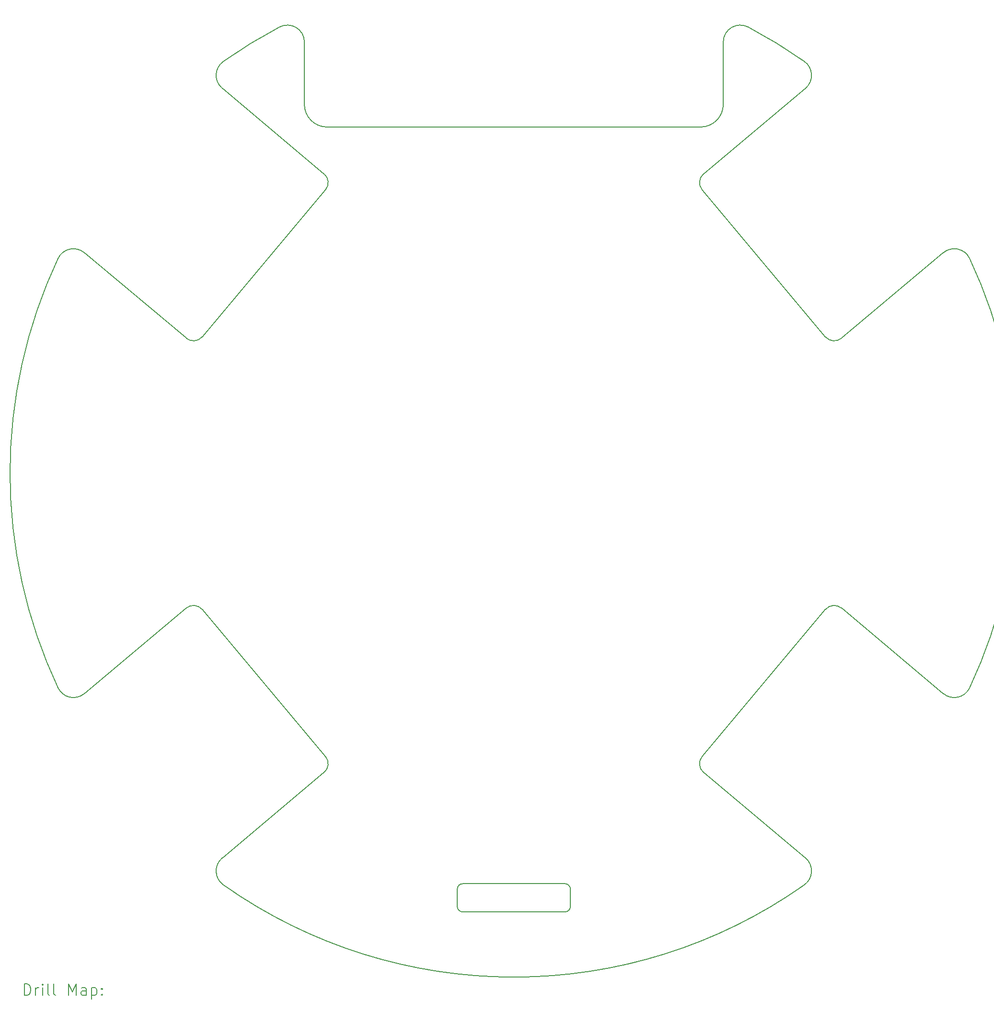
<source format=gbr>
%TF.GenerationSoftware,KiCad,Pcbnew,7.0.9*%
%TF.CreationDate,2023-12-19T12:28:14+08:00*%
%TF.ProjectId,layer1,6c617965-7231-42e6-9b69-6361645f7063,rev?*%
%TF.SameCoordinates,Original*%
%TF.FileFunction,Drillmap*%
%TF.FilePolarity,Positive*%
%FSLAX45Y45*%
G04 Gerber Fmt 4.5, Leading zero omitted, Abs format (unit mm)*
G04 Created by KiCad (PCBNEW 7.0.9) date 2023-12-19 12:28:14*
%MOMM*%
%LPD*%
G01*
G04 APERTURE LIST*
%ADD10C,0.200000*%
G04 APERTURE END LIST*
D10*
X13800000Y-4386854D02*
X7200000Y-4386854D01*
X14639536Y-2621276D02*
G75*
G03*
X14200000Y-2886853I-139536J-265574D01*
G01*
X4712402Y-8117179D02*
X2912197Y-6606629D01*
X13851626Y-5214101D02*
X15651830Y-3703550D01*
X16005832Y-8092528D02*
X13826975Y-5495867D01*
X15651834Y-3703554D02*
G75*
G03*
X15631982Y-3228634I-192844J229814D01*
G01*
X7173025Y-5495867D02*
X4994168Y-8092528D01*
X15651830Y-17296450D02*
X13851626Y-15785899D01*
X11400000Y-18250000D02*
G75*
G03*
X11500000Y-18150000I0J100000D01*
G01*
X5368018Y-17771366D02*
G75*
G03*
X15631982Y-17771366I5131982J7271366D01*
G01*
X4994169Y-12907471D02*
G75*
G03*
X4712402Y-12882820I-153209J-128559D01*
G01*
X2447943Y-6708643D02*
G75*
G03*
X2447943Y-14291357I8052057J-3791357D01*
G01*
X9500000Y-17850000D02*
X9500000Y-18150000D01*
X5368018Y-3228634D02*
G75*
G03*
X5348170Y-3703550I172998J-245103D01*
G01*
X13826975Y-15504133D02*
X16005832Y-12907472D01*
X18087803Y-14393371D02*
G75*
G03*
X18552057Y-14291357I192837J229811D01*
G01*
X13826974Y-15504132D02*
G75*
G03*
X13851626Y-15785899I153206J-128558D01*
G01*
X16005831Y-8092529D02*
G75*
G03*
X16287598Y-8117179I153209J128559D01*
G01*
X6800006Y-3986853D02*
G75*
G03*
X7200000Y-4386854I399994J-7D01*
G01*
X6799997Y-2886853D02*
G75*
G03*
X6360465Y-2621279I-299997J4D01*
G01*
X18087803Y-6606629D02*
X16287598Y-8117179D01*
X5348169Y-17296450D02*
G75*
G03*
X5368018Y-17771366I192835J-229814D01*
G01*
X9500000Y-18150000D02*
G75*
G03*
X9600000Y-18250000I100000J0D01*
G01*
X6360465Y-2621279D02*
G75*
G03*
X5368018Y-3228634I4139485J-7878641D01*
G01*
X16287597Y-12882821D02*
G75*
G03*
X16005832Y-12907472I-128558J-153209D01*
G01*
X11500000Y-18150000D02*
X11500000Y-17850000D01*
X14200000Y-2886853D02*
X14200000Y-3986853D01*
X4994168Y-12907472D02*
X7173025Y-15504133D01*
X7148374Y-15785899D02*
X5348170Y-17296450D01*
X18552060Y-6708648D02*
G75*
G03*
X18087803Y-6606629I-271420J-127792D01*
G01*
X11400000Y-17750000D02*
X9600000Y-17750000D01*
X16287598Y-12882820D02*
X18087803Y-14393371D01*
X5348170Y-3703550D02*
X7148374Y-5214101D01*
X7148373Y-15785898D02*
G75*
G03*
X7173025Y-15504133I-128554J153209D01*
G01*
X2912197Y-6606629D02*
G75*
G03*
X2447943Y-6708643I-192837J-229811D01*
G01*
X11500000Y-17850000D02*
G75*
G03*
X11400000Y-17750000I-100000J0D01*
G01*
X15631979Y-17771361D02*
G75*
G03*
X15651830Y-17296450I-172989J245101D01*
G01*
X2447943Y-14291357D02*
G75*
G03*
X2912197Y-14393371I271417J127797D01*
G01*
X18552057Y-14291356D02*
G75*
G03*
X18552059Y-6708648I-8052057J3791356D01*
G01*
X15631982Y-3228635D02*
G75*
G03*
X14639535Y-2621279I-5131902J-7271225D01*
G01*
X4712403Y-8117179D02*
G75*
G03*
X4994168Y-8092528I128558J153209D01*
G01*
X13851626Y-5214102D02*
G75*
G03*
X13826975Y-5495867I128554J-153209D01*
G01*
X13800000Y-4386860D02*
G75*
G03*
X14200000Y-3986853I-10J400010D01*
G01*
X2912197Y-14393371D02*
X4712402Y-12882820D01*
X9600000Y-17750000D02*
G75*
G03*
X9500000Y-17850000I0J-100000D01*
G01*
X9600000Y-18250000D02*
X11400000Y-18250000D01*
X7173026Y-5495868D02*
G75*
G03*
X7148374Y-5214101I-153206J128558D01*
G01*
X6800000Y-3986853D02*
X6800000Y-2886853D01*
X1850777Y-19721484D02*
X1850777Y-19521484D01*
X1850777Y-19521484D02*
X1898396Y-19521484D01*
X1898396Y-19521484D02*
X1926967Y-19531008D01*
X1926967Y-19531008D02*
X1946015Y-19550055D01*
X1946015Y-19550055D02*
X1955539Y-19569103D01*
X1955539Y-19569103D02*
X1965062Y-19607198D01*
X1965062Y-19607198D02*
X1965062Y-19635770D01*
X1965062Y-19635770D02*
X1955539Y-19673865D01*
X1955539Y-19673865D02*
X1946015Y-19692912D01*
X1946015Y-19692912D02*
X1926967Y-19711960D01*
X1926967Y-19711960D02*
X1898396Y-19721484D01*
X1898396Y-19721484D02*
X1850777Y-19721484D01*
X2050777Y-19721484D02*
X2050777Y-19588150D01*
X2050777Y-19626246D02*
X2060301Y-19607198D01*
X2060301Y-19607198D02*
X2069824Y-19597674D01*
X2069824Y-19597674D02*
X2088872Y-19588150D01*
X2088872Y-19588150D02*
X2107920Y-19588150D01*
X2174586Y-19721484D02*
X2174586Y-19588150D01*
X2174586Y-19521484D02*
X2165063Y-19531008D01*
X2165063Y-19531008D02*
X2174586Y-19540531D01*
X2174586Y-19540531D02*
X2184110Y-19531008D01*
X2184110Y-19531008D02*
X2174586Y-19521484D01*
X2174586Y-19521484D02*
X2174586Y-19540531D01*
X2298396Y-19721484D02*
X2279348Y-19711960D01*
X2279348Y-19711960D02*
X2269824Y-19692912D01*
X2269824Y-19692912D02*
X2269824Y-19521484D01*
X2403158Y-19721484D02*
X2384110Y-19711960D01*
X2384110Y-19711960D02*
X2374586Y-19692912D01*
X2374586Y-19692912D02*
X2374586Y-19521484D01*
X2631729Y-19721484D02*
X2631729Y-19521484D01*
X2631729Y-19521484D02*
X2698396Y-19664341D01*
X2698396Y-19664341D02*
X2765063Y-19521484D01*
X2765063Y-19521484D02*
X2765063Y-19721484D01*
X2946015Y-19721484D02*
X2946015Y-19616722D01*
X2946015Y-19616722D02*
X2936491Y-19597674D01*
X2936491Y-19597674D02*
X2917443Y-19588150D01*
X2917443Y-19588150D02*
X2879348Y-19588150D01*
X2879348Y-19588150D02*
X2860301Y-19597674D01*
X2946015Y-19711960D02*
X2926967Y-19721484D01*
X2926967Y-19721484D02*
X2879348Y-19721484D01*
X2879348Y-19721484D02*
X2860301Y-19711960D01*
X2860301Y-19711960D02*
X2850777Y-19692912D01*
X2850777Y-19692912D02*
X2850777Y-19673865D01*
X2850777Y-19673865D02*
X2860301Y-19654817D01*
X2860301Y-19654817D02*
X2879348Y-19645293D01*
X2879348Y-19645293D02*
X2926967Y-19645293D01*
X2926967Y-19645293D02*
X2946015Y-19635770D01*
X3041253Y-19588150D02*
X3041253Y-19788150D01*
X3041253Y-19597674D02*
X3060301Y-19588150D01*
X3060301Y-19588150D02*
X3098396Y-19588150D01*
X3098396Y-19588150D02*
X3117443Y-19597674D01*
X3117443Y-19597674D02*
X3126967Y-19607198D01*
X3126967Y-19607198D02*
X3136491Y-19626246D01*
X3136491Y-19626246D02*
X3136491Y-19683389D01*
X3136491Y-19683389D02*
X3126967Y-19702436D01*
X3126967Y-19702436D02*
X3117443Y-19711960D01*
X3117443Y-19711960D02*
X3098396Y-19721484D01*
X3098396Y-19721484D02*
X3060301Y-19721484D01*
X3060301Y-19721484D02*
X3041253Y-19711960D01*
X3222205Y-19702436D02*
X3231729Y-19711960D01*
X3231729Y-19711960D02*
X3222205Y-19721484D01*
X3222205Y-19721484D02*
X3212682Y-19711960D01*
X3212682Y-19711960D02*
X3222205Y-19702436D01*
X3222205Y-19702436D02*
X3222205Y-19721484D01*
X3222205Y-19597674D02*
X3231729Y-19607198D01*
X3231729Y-19607198D02*
X3222205Y-19616722D01*
X3222205Y-19616722D02*
X3212682Y-19607198D01*
X3212682Y-19607198D02*
X3222205Y-19597674D01*
X3222205Y-19597674D02*
X3222205Y-19616722D01*
M02*

</source>
